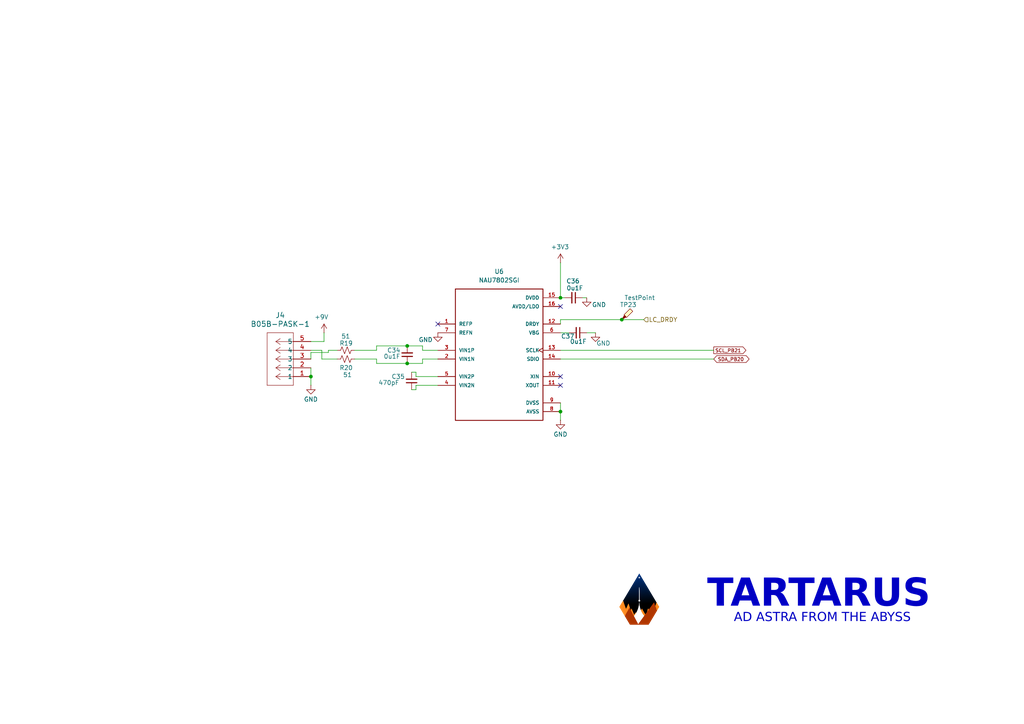
<source format=kicad_sch>
(kicad_sch (version 20250114) (generator "eeschema") (generator_version "9.0")
  (paper "A4")
  (lib_symbols
    (symbol "B05B-PASK-1:B05B-PASK-1" (pin_names (offset 0.254))
      (property "Reference" "J" (at 8.89 6.35 0))
      (property "Value" "B05B-PASK-1" (at 0 0 0))
      (symbol "B05B-PASK-1_1_1"
        (polyline (pts (xy 5.08 2.54) (xy 5.08 -12.7)) (stroke (width 0.127)))
        (polyline (pts (xy 5.08 -12.7) (xy 12.7 -12.7)) (stroke (width 0.127)))
        (polyline (pts (xy 10.16 0) (xy 5.08 0)) (stroke (width 0.127)))
        (polyline (pts (xy 10.16 0) (xy 8.89 0.8467)) (stroke (width 0.127)))
        (polyline (pts (xy 10.16 0) (xy 8.89 -0.8467)) (stroke (width 0.127)))
        (polyline (pts (xy 10.16 -2.54) (xy 5.08 -2.54)) (stroke (width 0.127)))
        (polyline (pts (xy 10.16 -2.54) (xy 8.89 -1.6933)) (stroke (width 0.127)))
        (polyline (pts (xy 10.16 -2.54) (xy 8.89 -3.3867)) (stroke (width 0.127)))
        (polyline (pts (xy 10.16 -5.08) (xy 5.08 -5.08)) (stroke (width 0.127)))
        (polyline (pts (xy 10.16 -5.08) (xy 8.89 -4.2333)) (stroke (width 0.127)))
        (polyline (pts (xy 10.16 -5.08) (xy 8.89 -5.9267)) (stroke (width 0.127)))
        (polyline (pts (xy 10.16 -7.62) (xy 5.08 -7.62)) (stroke (width 0.127)))
        (polyline (pts (xy 10.16 -7.62) (xy 8.89 -6.7733)) (stroke (width 0.127)))
        (polyline (pts (xy 10.16 -7.62) (xy 8.89 -8.4667)) (stroke (width 0.127)))
        (polyline (pts (xy 10.16 -10.16) (xy 5.08 -10.16)) (stroke (width 0.127)))
        (polyline (pts (xy 10.16 -10.16) (xy 8.89 -9.3133)) (stroke (width 0.127)))
        (polyline (pts (xy 10.16 -10.16) (xy 8.89 -11.0067)) (stroke (width 0.127)))
        (polyline (pts (xy 12.7 2.54) (xy 5.08 2.54)) (stroke (width 0.127)))
        (polyline (pts (xy 12.7 -12.7) (xy 12.7 2.54)) (stroke (width 0.127)))
        (pin unspecified line (at 0 0 0) (length 5.08) (name "1") (number "1"))
        (pin unspecified line (at 0 -2.54 0) (length 5.08) (name "2") (number "2"))
        (pin unspecified line (at 0 -5.08 0) (length 5.08) (name "3") (number "3"))
        (pin unspecified line (at 0 -7.62 0) (length 5.08) (name "4") (number "4"))
        (pin unspecified line (at 0 -10.16 0) (length 5.08) (name "5") (number "5"))
      )
      (symbol "B05B-PASK-1_1_2"
        (polyline (pts (xy 5.08 2.54) (xy 5.08 -12.7)) (stroke (width 0.127)))
        (polyline (pts (xy 5.08 -12.7) (xy 12.7 -12.7)) (stroke (width 0.127)))
        (polyline (pts (xy 7.62 0) (xy 5.08 0)) (stroke (width 0.127)))
        (polyline (pts (xy 7.62 0) (xy 8.89 0.8467)) (stroke (width 0.127)))
        (polyline (pts (xy 7.62 0) (xy 8.89 -0.8467)) (stroke (width 0.127)))
        (polyline (pts (xy 7.62 -2.54) (xy 5.08 -2.54)) (stroke (width 0.127)))
        (polyline (pts (xy 7.62 -2.54) (xy 8.89 -1.6933)) (stroke (width 0.127)))
        (polyline (pts (xy 7.62 -2.54) (xy 8.89 -3.3867)) (stroke (width 0.127)))
        (polyline (pts (xy 7.62 -5.08) (xy 5.08 -5.08)) (stroke (width 0.127)))
        (polyline (pts (xy 7.62 -5.08) (xy 8.89 -4.2333)) (stroke (width 0.127)))
        (polyline (pts (xy 7.62 -5.08) (xy 8.89 -5.9267)) (stroke (width 0.127)))
        (polyline (pts (xy 7.62 -7.62) (xy 5.08 -7.62)) (stroke (width 0.127)))
        (polyline (pts (xy 7.62 -7.62) (xy 8.89 -6.7733)) (stroke (width 0.127)))
        (polyline (pts (xy 7.62 -7.62) (xy 8.89 -8.4667)) (stroke (width 0.127)))
        (polyline (pts (xy 7.62 -10.16) (xy 5.08 -10.16)) (stroke (width 0.127)))
        (polyline (pts (xy 7.62 -10.16) (xy 8.89 -9.3133)) (stroke (width 0.127)))
        (polyline (pts (xy 7.62 -10.16) (xy 8.89 -11.0067)) (stroke (width 0.127)))
        (polyline (pts (xy 12.7 2.54) (xy 5.08 2.54)) (stroke (width 0.127)))
        (polyline (pts (xy 12.7 -12.7) (xy 12.7 2.54)) (stroke (width 0.127)))
        (pin unspecified line (at 0 0 0) (length 5.08) (name "1") (number "1"))
        (pin unspecified line (at 0 -2.54 0) (length 5.08) (name "2") (number "2"))
        (pin unspecified line (at 0 -5.08 0) (length 5.08) (name "3") (number "3"))
        (pin unspecified line (at 0 -7.62 0) (length 5.08) (name "4") (number "4"))
        (pin unspecified line (at 0 -10.16 0) (length 5.08) (name "5") (number "5"))
      )
    )
    (symbol "Connector:TestPoint_Probe" (pin_numbers (hide yes)) (pin_names (offset 0.762) (hide yes))
      (property "Reference" "TP" (at 1.651 5.842 0))
      (property "Value" "TestPoint_Probe" (at 1.651 4.064 0))
      (symbol "TestPoint_Probe_0_1"
        (polyline (pts (xy 1.27 0.762) (xy 0 0) (xy 0.762 1.27) (xy 1.27 0.762)) (fill (type outline)))
        (polyline (pts (xy 1.397 0.635) (xy 0.635 1.397) (xy 2.413 3.175) (xy 3.175 2.413) (xy 1.397 0.635)) (fill (type background)))
      )
      (symbol "TestPoint_Probe_1_1"
        (pin passive line (at 0 0 90) (length 0) (name "1") (number "1"))
      )
    )
    (symbol "Device:C_Small" (pin_numbers (hide yes)) (pin_names (offset 0.254) (hide yes))
      (property "Reference" "C" (at 0.254 1.778 0))
      (property "Value" "C_Small" (at 0.254 -2.032 0))
      (symbol "C_Small_0_1"
        (polyline (pts (xy -1.524 0.508) (xy 1.524 0.508)) (stroke (width 0.3048)))
        (polyline (pts (xy -1.524 -0.508) (xy 1.524 -0.508)) (stroke (width 0.3302)))
      )
      (symbol "C_Small_1_1"
        (pin passive line (at 0 2.54 270) (length 2.032) (name "~") (number "1"))
        (pin passive line (at 0 -2.54 90) (length 2.032) (name "~") (number "2"))
      )
    )
    (symbol "Device:R_Small_US" (pin_numbers (hide yes)) (pin_names (offset 0.254) (hide yes))
      (property "Reference" "R" (at 0.762 0.508 0))
      (property "Value" "R_Small_US" (at 0.762 -1.016 0))
      (symbol "R_Small_US_1_1"
        (polyline (pts (xy 0 1.524) (xy 1.016 1.143) (xy 0 0.762) (xy -1.016 0.381) (xy 0 0)))
        (polyline (pts (xy 0 0) (xy 1.016 -0.381) (xy 0 -0.762) (xy -1.016 -1.143) (xy 0 -1.524)))
        (pin passive line (at 0 2.54 270) (length 1.016) (name "~") (number "1"))
        (pin passive line (at 0 -2.54 90) (length 1.016) (name "~") (number "2"))
      )
    )
    (symbol "NAU7802SGI:NAU7802SGI" (pin_names (offset 1.016))
      (property "Reference" "U" (at -12.7 18.542 0))
      (property "Value" "NAU7802SGI" (at -12.7 -22.86 0))
      (symbol "NAU7802SGI_0_0"
        (pin input line (at -17.78 7.62 0) (length 5.08) (name "REFP") (number "1"))
        (pin input line (at -17.78 5.08 0) (length 5.08) (name "REFN") (number "7"))
        (pin input line (at -17.78 0 0) (length 5.08) (name "VIN1P") (number "3"))
        (pin input line (at -17.78 -2.54 0) (length 5.08) (name "VIN1N") (number "2"))
        (pin input line (at -17.78 -7.62 0) (length 5.08) (name "VIN2P") (number "5"))
        (pin input line (at -17.78 -10.16 0) (length 5.08) (name "VIN2N") (number "4"))
        (pin power_in line (at 17.78 15.24 180) (length 5.08) (name "DVDD") (number "15"))
        (pin power_in line (at 17.78 12.7 180) (length 5.08) (name "AVDD/LDO") (number "16"))
        (pin output line (at 17.78 7.62 180) (length 5.08) (name "DRDY") (number "12"))
        (pin output line (at 17.78 5.08 180) (length 5.08) (name "VBG") (number "6"))
        (pin input clock (at 17.78 0 180) (length 5.08) (name "SCLK") (number "13"))
        (pin bidirectional line (at 17.78 -2.54 180) (length 5.08) (name "SDIO") (number "14"))
        (pin input line (at 17.78 -7.62 180) (length 5.08) (name "XIN") (number "10"))
        (pin output line (at 17.78 -10.16 180) (length 5.08) (name "XOUT") (number "11"))
        (pin power_in line (at 17.78 -15.24 180) (length 5.08) (name "DVSS") (number "9"))
        (pin power_in line (at 17.78 -17.78 180) (length 5.08) (name "AVSS") (number "8"))
      )
      (symbol "NAU7802SGI_1_0"
        (rectangle (start -12.7 17.78) (end 12.7 -20.32) (stroke (width 0.254)))
      )
    )
    (symbol "power:+3.3V" (power) (pin_numbers (hide yes)) (pin_names (offset 0) (hide yes))
      (property "Value" "+3.3V" (at 0 3.556 0))
      (symbol "+3.3V_0_1"
        (polyline (pts (xy -0.762 1.27) (xy 0 2.54)))
        (polyline (pts (xy 0 2.54) (xy 0.762 1.27)))
        (polyline (pts (xy 0 0) (xy 0 2.54)))
      )
      (symbol "+3.3V_1_1"
        (pin power_in line (at 0 0 90) (length 0) (name "~") (number "1"))
      )
    )
    (symbol "power:GND" (power) (pin_numbers (hide yes)) (pin_names (offset 0) (hide yes))
      (property "Value" "GND" (at 0 -3.81 0))
      (symbol "GND_0_1"
        (polyline (pts (xy 0 0) (xy 0 -1.27) (xy 1.27 -1.27) (xy 0 -2.54) (xy -1.27 -1.27) (xy 0 -1.27)))
      )
      (symbol "GND_1_1"
        (pin power_in line (at 0 0 270) (length 0) (name "~") (number "1"))
      )
    )
  )
  (text "TARTARUS" (at 237.49 174.625 0) (effects (font (size 8 8) (thickness 1.6) (bold yes))))
  (text "AD ASTRA FROM THE ABYSS" (at 238.506 179.959 0) (effects (font (size 2.6 2.6))))
  (junction (at 118.11 100.33))
  (junction (at 180.34 92.71))
  (junction (at 162.56 119.38))
  (junction (at 118.11 105.41))
  (junction (at 162.56 86.36))
  (junction (at 90.17 109.22))
  (no_connect (at 162.56 88.9))
  (no_connect (at 127 93.98))
  (no_connect (at 162.56 109.22))
  (no_connect (at 162.56 111.76))
  (wire (pts (xy 162.56 121.92) (xy 162.56 119.38)))
  (wire (pts (xy 109.22 100.33) (xy 118.11 100.33)))
  (wire (pts (xy 120.65 107.95) (xy 119.38 107.95)))
  (wire (pts (xy 162.56 92.71) (xy 180.34 92.71)))
  (wire (pts (xy 127 104.14) (xy 122.555 104.14)))
  (wire (pts (xy 102.87 101.6) (xy 109.22 101.6)))
  (wire (pts (xy 165.1 96.52) (xy 162.56 96.52)))
  (wire (pts (xy 90.17 106.68) (xy 90.17 109.22)))
  (wire (pts (xy 127 111.76) (xy 120.65 111.76)))
  (wire (pts (xy 95.25 101.6) (xy 95.25 102.235)))
  (wire (pts (xy 120.65 113.03) (xy 119.38 113.03)))
  (wire (pts (xy 102.87 104.14) (xy 109.22 104.14)))
  (wire (pts (xy 90.17 102.235) (xy 90.17 104.14)))
  (wire (pts (xy 163.83 86.36) (xy 162.56 86.36)))
  (wire (pts (xy 162.56 104.14) (xy 207.01 104.14)))
  (wire (pts (xy 93.345 104.14) (xy 93.345 101.6)))
  (wire (pts (xy 109.22 104.14) (xy 109.22 105.41)))
  (wire (pts (xy 90.17 111.76) (xy 90.17 109.22)))
  (wire (pts (xy 93.98 99.06) (xy 90.17 99.06)))
  (wire (pts (xy 162.56 76.2) (xy 162.56 86.36)))
  (wire (pts (xy 170.18 96.52) (xy 172.72 96.52)))
  (wire (pts (xy 162.56 92.71) (xy 162.56 93.98)))
  (wire (pts (xy 162.56 116.84) (xy 162.56 119.38)))
  (wire (pts (xy 109.22 101.6) (xy 109.22 100.33)))
  (wire (pts (xy 95.25 102.235) (xy 90.17 102.235)))
  (wire (pts (xy 109.22 105.41) (xy 118.11 105.41)))
  (wire (pts (xy 127 109.22) (xy 120.65 109.22)))
  (wire (pts (xy 122.555 100.33) (xy 118.11 100.33)))
  (wire (pts (xy 93.345 101.6) (xy 90.17 101.6)))
  (wire (pts (xy 122.555 101.6) (xy 122.555 100.33)))
  (wire (pts (xy 97.79 104.14) (xy 93.345 104.14)))
  (wire (pts (xy 186.69 92.71) (xy 180.34 92.71)))
  (wire (pts (xy 127 101.6) (xy 122.555 101.6)))
  (wire (pts (xy 122.555 105.41) (xy 118.11 105.41)))
  (wire (pts (xy 170.18 86.36) (xy 168.91 86.36)))
  (wire (pts (xy 122.555 104.14) (xy 122.555 105.41)))
  (wire (pts (xy 120.65 111.76) (xy 120.65 113.03)))
  (wire (pts (xy 93.98 96.52) (xy 93.98 99.06)))
  (wire (pts (xy 120.65 109.22) (xy 120.65 107.95)))
  (wire (pts (xy 97.79 101.6) (xy 95.25 101.6)))
  (wire (pts (xy 162.56 101.6) (xy 207.01 101.6)))
  (image (at 185.42 175.133) (scale 0.0421478))
  (global_label "SCL_PB21" (shape output) (at 207.01 101.6 0) (effects (font (size 1 1))) (property "Intersheetrefs" "${INTERSHEET_REFS}" (effects (hide yes))))
  (global_label "SDA_PB20" (shape bidirectional) (at 207.01 104.14 0) (effects (font (size 1 1))) (property "Intersheetrefs" "${INTERSHEET_REFS}" (effects (hide yes))))
  (hierarchical_label "LC_DRDY" (shape input) (at 186.69 92.71 0))
  (symbol (lib_id "Device:C_Small") (at 119.38 110.49 180) (unit 1)
    (property "Reference" "C35" (at 113.538 109.22 0) (effects (justify right)))
    (property "Value" "470pF" (at 109.728 110.998 0) (effects (justify right)))
    (property "Footprint" "Capacitor_SMD:C_0603_1608Metric" (effects (hide yes)))
    (property "Description" "Unpolarized capacitor, small symbol" (effects (hide yes)))
    (instances (project "Tartarus Liquid Rocketry Control System" (path "" (reference "C35") (unit 1)) (path "" (reference "C39") (unit 1))))
  )
  (symbol (lib_id "power:GND") (at 162.56 121.92 0) (unit 1)
    (property "Reference" "#PWR057" (effects (hide yes)))
    (property "Value" "GND" (at 162.56 125.984 0))
    (property "Description" "Power symbol creates a global label with name \"GND\" , ground" (effects (hide yes)))
    (instances (project "Tartarus Liquid Rocketry Control System" (path "" (reference "#PWR057") (unit 1)) (path "" (reference "#PWR064") (unit 1))))
  )
  (symbol (lib_id "Device:C_Small") (at 166.37 86.36 270) (unit 1)
    (property "Reference" "C36" (at 168.148 81.534 90) (effects (justify right)))
    (property "Value" "0u1F" (at 169.164 83.566 90) (effects (justify right)))
    (property "Footprint" "Capacitor_SMD:C_0603_1608Metric" (effects (hide yes)))
    (property "Description" "Unpolarized capacitor, small symbol" (effects (hide yes)))
    (instances (project "Tartarus Liquid Rocketry Control System" (path "" (reference "C36") (unit 1)) (path "" (reference "C40") (unit 1))))
  )
  (symbol (lib_id "NAU7802SGI:NAU7802SGI") (at 144.78 101.6 0) (unit 1)
    (property "Reference" "U6" (at 144.78 78.74 0))
    (property "Value" "NAU7802SGI" (at 144.78 81.28 0))
    (property "Footprint" "Barrett_Footprints:NAU7802SGI" (effects (hide yes)))
    (property "PARTREV" "2.6" (effects (hide yes)))
    (property "STANDARD" "IPC-7.51B" (effects (hide yes)))
    (property "MAXIMUM_PACKAGE_HEIGHT" "1.75mm" (effects (hide yes)))
    (property "MANUFACTURER" "Nuvoton" (effects (hide yes)))
    (instances (project "Tartarus Liquid Rocketry Control System" (path "" (reference "U6") (unit 1)) (path "" (reference "U7") (unit 1))))
  )
  (symbol (lib_id "Connector:TestPoint_Probe") (at 180.34 92.71 0) (unit 1)
    (property "Reference" "TP23" (at 184.658 88.392 0) (effects (justify right)))
    (property "Value" "TestPoint" (at 189.992 86.36 0) (effects (justify right)))
    (property "Footprint" "TestPoint:TestPoint_Pad_D1.0mm" (effects (hide yes)))
    (property "Description" "test point (alternative probe-style design)" (effects (hide yes)))
    (instances (project "Tartarus Liquid Rocketry Control System" (path "" (reference "TP23") (unit 1)) (path "" (reference "TP24") (unit 1))))
  )
  (symbol (lib_id "power:+3.3V") (at 162.56 76.2 0) (unit 1)
    (property "Reference" "#PWR056" (effects (hide yes)))
    (property "Value" "+3V3" (at 159.766 71.628 0) (effects (justify left)))
    (property "Description" "Power symbol creates a global label with name \"+3.3V\"" (effects (hide yes)))
    (instances (project "Tartarus Liquid Rocketry Control System" (path "" (reference "#PWR056") (unit 1)) (path "" (reference "#PWR063") (unit 1))))
  )
  (symbol (lib_id "B05B-PASK-1:B05B-PASK-1") (at 90.17 109.22 180) (unit 1)
    (property "Reference" "J4" (at 81.28 91.44 0) (effects (font (size 1.524 1.524))))
    (property "Value" "B05B-PASK-1" (at 81.28 93.98 0) (effects (font (size 1.524 1.524))))
    (property "Footprint" "B05B-PASK-1:CONN_B05B-PASK-1_JST" (effects (hide yes)))
    (property "Datasheet" "B05B-PASK-1" (effects (hide yes)))
    (instances (project "Tartarus Liquid Rocketry Control System" (path "" (reference "J4") (unit 1)) (path "" (reference "J5") (unit 1))))
  )
  (symbol (lib_id "Device:C_Small") (at 167.64 96.52 270) (unit 1)
    (property "Reference" "C37" (at 166.624 97.536 90) (effects (justify right)))
    (property "Value" "0u1F" (at 170.18 99.06 90) (effects (justify right)))
    (property "Footprint" "Capacitor_SMD:C_0603_1608Metric" (effects (hide yes)))
    (property "Description" "Unpolarized capacitor, small symbol" (effects (hide yes)))
    (instances (project "Tartarus Liquid Rocketry Control System" (path "" (reference "C37") (unit 1)) (path "" (reference "C41") (unit 1))))
  )
  (symbol (lib_id "Device:C_Small") (at 118.11 102.87 180) (unit 1)
    (property "Reference" "C34" (at 112.268 101.6 0) (effects (justify right)))
    (property "Value" "0u1F" (at 111.252 103.378 0) (effects (justify right)))
    (property "Footprint" "Capacitor_SMD:C_0603_1608Metric" (effects (hide yes)))
    (property "Description" "Unpolarized capacitor, small symbol" (effects (hide yes)))
    (instances (project "Tartarus Liquid Rocketry Control System" (path "" (reference "C34") (unit 1)) (path "" (reference "C38") (unit 1))))
  )
  (symbol (lib_id "power:GND") (at 172.72 96.52 0) (unit 1)
    (property "Reference" "#PWR059" (effects (hide yes)))
    (property "Value" "GND" (at 175.006 99.568 0))
    (property "Description" "Power symbol creates a global label with name \"GND\" , ground" (effects (hide yes)))
    (instances (project "Tartarus Liquid Rocketry Control System" (path "" (reference "#PWR059") (unit 1)) (path "" (reference "#PWR066") (unit 1))))
  )
  (symbol (lib_id "power:GND") (at 127 96.52 0) (unit 1)
    (property "Reference" "#PWR055" (effects (hide yes)))
    (property "Value" "GND" (at 123.444 98.552 0))
    (property "Description" "Power symbol creates a global label with name \"GND\" , ground" (effects (hide yes)))
    (instances (project "Tartarus Liquid Rocketry Control System" (path "" (reference "#PWR055") (unit 1)) (path "" (reference "#PWR062") (unit 1))))
  )
  (symbol (lib_id "Device:R_Small_US") (at 100.33 104.14 90) (unit 1)
    (property "Reference" "R20" (at 102.362 106.68 90) (effects (justify left)))
    (property "Value" "51" (at 102.108 108.712 90) (effects (justify left)))
    (property "Footprint" "Resistor_SMD:R_0603_1608Metric" (effects (hide yes)))
    (property "Description" "Resistor, small US symbol" (effects (hide yes)))
    (instances (project "Tartarus Liquid Rocketry Control System" (path "" (reference "R20") (unit 1)) (path "" (reference "R22") (unit 1))))
  )
  (symbol (lib_id "Device:R_Small_US") (at 100.33 101.6 90) (unit 1)
    (property "Reference" "R19" (at 102.362 99.568 90) (effects (justify left)))
    (property "Value" "51" (at 101.6 97.536 90) (effects (justify left)))
    (property "Footprint" "Resistor_SMD:R_0603_1608Metric" (effects (hide yes)))
    (property "Description" "Resistor, small US symbol" (effects (hide yes)))
    (instances (project "Tartarus Liquid Rocketry Control System" (path "" (reference "R19") (unit 1)) (path "" (reference "R21") (unit 1))))
  )
  (symbol (lib_id "power:+3.3V") (at 93.98 96.52 0) (unit 1)
    (property "Reference" "#PWR054" (effects (hide yes)))
    (property "Value" "+9V" (at 91.186 91.948 0) (effects (justify left)))
    (property "Description" "Power symbol creates a global label with name \"+3.3V\"" (effects (hide yes)))
    (instances (project "Tartarus Liquid Rocketry Control System" (path "" (reference "#PWR054") (unit 1)) (path "" (reference "#PWR061") (unit 1))))
  )
  (symbol (lib_id "power:GND") (at 90.17 111.76 0) (unit 1)
    (property "Reference" "#PWR053" (effects (hide yes)))
    (property "Value" "GND" (at 90.17 115.824 0))
    (property "Description" "Power symbol creates a global label with name \"GND\" , ground" (effects (hide yes)))
    (instances (project "Tartarus Liquid Rocketry Control System" (path "" (reference "#PWR053") (unit 1)) (path "" (reference "#PWR060") (unit 1))))
  )
  (symbol (lib_id "power:GND") (at 170.18 86.36 0) (unit 1)
    (property "Reference" "#PWR058" (effects (hide yes)))
    (property "Value" "GND" (at 173.736 88.392 0))
    (property "Description" "Power symbol creates a global label with name \"GND\" , ground" (effects (hide yes)))
    (instances (project "Tartarus Liquid Rocketry Control System" (path "" (reference "#PWR058") (unit 1)) (path "" (reference "#PWR065") (unit 1))))
  )
)
</source>
